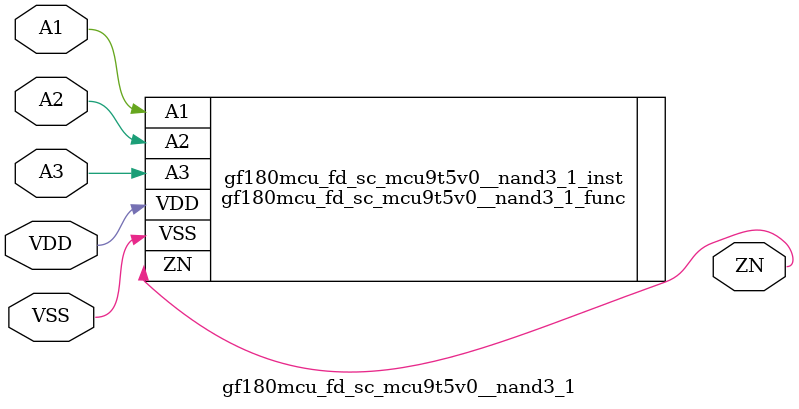
<source format=v>

module gf180mcu_fd_sc_mcu9t5v0__nand3_1( A3, ZN, A2, A1, VDD, VSS );
input A1, A2, A3;
inout VDD, VSS;
output ZN;

   `ifdef FUNCTIONAL  //  functional //

	gf180mcu_fd_sc_mcu9t5v0__nand3_1_func gf180mcu_fd_sc_mcu9t5v0__nand3_1_behav_inst(.A3(A3),.ZN(ZN),.A2(A2),.A1(A1),.VDD(VDD),.VSS(VSS));

   `else

	gf180mcu_fd_sc_mcu9t5v0__nand3_1_func gf180mcu_fd_sc_mcu9t5v0__nand3_1_inst(.A3(A3),.ZN(ZN),.A2(A2),.A1(A1),.VDD(VDD),.VSS(VSS));

	// spec_gates_begin


	// spec_gates_end



   specify

	// specify_block_begin

	// comb arc A1 --> ZN
	 (A1 => ZN) = (1.0,1.0);

	// comb arc A2 --> ZN
	 (A2 => ZN) = (1.0,1.0);

	// comb arc A3 --> ZN
	 (A3 => ZN) = (1.0,1.0);

	// specify_block_end

   endspecify

   `endif

endmodule

</source>
